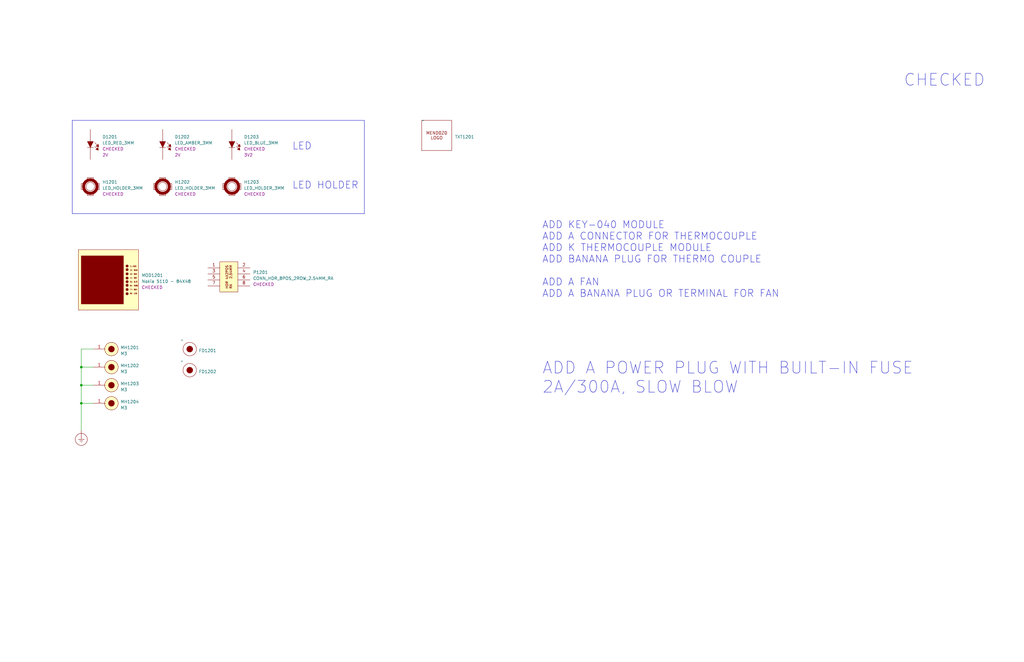
<source format=kicad_sch>
(kicad_sch (version 20230121) (generator eeschema)
  (paper "B")
  (lib_symbols
    (symbol "_SCHLIB_HotPlate:MECH_CONN_HDR_8POS_2ROW_2.54MM_RA" (on_board no)
      (property "Reference" "P" (at 1.27 2.54 0))
      (property "Value" "CONN_HDR_8POS_2ROW_2.54MM_RA" (at 1.27 5.08 0))
      (property "SCH CHECK" "CHECKED" (at 1.27 17.78 0))
      (symbol "MECH_CONN_HDR_8POS_2ROW_2.54MM_RA_0_1"
        (polyline (pts (xy 0 -10.16) (xy 5.08 -10.16)))
        (polyline (pts (xy 0 -7.62) (xy 5.08 -7.62)))
        (polyline (pts (xy 0 -5.08) (xy 5.08 -5.08)))
        (polyline (pts (xy 0 -2.54) (xy 5.08 -2.54)))
        (polyline (pts (xy 12.7 -10.16) (xy 17.78 -10.16)))
        (polyline (pts (xy 12.7 -7.62) (xy 17.78 -7.62)))
        (polyline (pts (xy 12.7 -5.08) (xy 17.78 -5.08)))
        (polyline (pts (xy 12.7 -2.54) (xy 17.78 -2.54)))
        (rectangle (start 5.08 0) (end 12.7 -12.7) (fill (type background)))
        (text "1" (at 2.54 -1.27 0) (effects (font (size 1.27 1.27))))
        (text "2" (at 15.24 -1.27 0) (effects (font (size 1.27 1.27))))
        (text "3" (at 2.54 -3.81 0) (effects (font (size 1.27 1.27))))
        (text "4" (at 15.24 -3.81 0) (effects (font (size 1.27 1.27))))
        (text "5" (at 2.54 -6.35 0) (effects (font (size 1.27 1.27))))
        (text "6" (at 15.24 -6.35 0) (effects (font (size 1.27 1.27))))
        (text "7" (at 2.54 -8.89 0) (effects (font (size 1.27 1.27))))
        (text "8" (at 15.24 -8.89 0) (effects (font (size 1.27 1.27))))
        (text "HDR 4X2POS\nRA   2.54MM" (at 8.89 -6.35 900) (effects (font (size 1.016 1.016))))
      )
    )
    (symbol "_SCHLIB_HotPlate:MECH_FD"
      (property "Reference" "FD" (at 2.54 2.54 0))
      (symbol "MECH_FD_0_1"
        (circle (center 3.81 -3.81) (radius 1.27) (fill (type outline)))
        (circle (center 3.81 -3.81) (radius 2.8398))
      )
    )
    (symbol "_SCHLIB_HotPlate:MECH_LED_AMBER_3MM" (on_board no)
      (property "Reference" "D" (at 2.54 6.35 0))
      (property "Value" "LED_AMBER_3MM" (at 2.54 8.89 0))
      (property "SCH CHECK" "CHECKED" (at 2.54 21.59 0))
      (property "Voltage" "2V" (at 2.54 24.13 0))
      (symbol "MECH_LED_AMBER_3MM_0_1"
        (polyline (pts (xy 5.08 0) (xy 0 0)))
        (polyline (pts (xy 5.588 1.905) (xy 6.604 2.794)))
        (polyline (pts (xy 7.239 1.905) (xy 8.001 2.667)))
        (polyline (pts (xy 7.62 -1.27) (xy 7.62 1.27)))
        (polyline (pts (xy 12.7 0) (xy 7.62 0)))
        (polyline (pts (xy 5.08 1.27) (xy 5.08 -1.27) (xy 7.62 0) (xy 5.08 1.27)) (fill (type outline)))
        (polyline (pts (xy 6.223 3.302) (xy 7.112 2.413) (xy 7.366 3.556) (xy 6.223 3.302)) (fill (type outline)))
        (polyline (pts (xy 7.62 3.175) (xy 8.509 2.286) (xy 8.763 3.429) (xy 7.62 3.175)) (fill (type outline)))
      )
    )
    (symbol "_SCHLIB_HotPlate:MECH_LED_BLUE_3MM" (on_board no)
      (property "Reference" "D" (at 2.54 6.35 0))
      (property "Value" "LED_BLUE_3MM" (at 2.54 8.89 0))
      (property "SCH CHECK" "CHECKED" (at 2.54 21.59 0))
      (property "Voltage" "3V2" (at 2.54 24.13 0))
      (symbol "MECH_LED_BLUE_3MM_0_1"
        (polyline (pts (xy 5.08 0) (xy 0 0)))
        (polyline (pts (xy 5.588 1.905) (xy 6.604 2.794)))
        (polyline (pts (xy 7.239 1.905) (xy 8.001 2.667)))
        (polyline (pts (xy 7.62 -1.27) (xy 7.62 1.27)))
        (polyline (pts (xy 12.7 0) (xy 7.62 0)))
        (polyline (pts (xy 5.08 1.27) (xy 5.08 -1.27) (xy 7.62 0) (xy 5.08 1.27)) (fill (type outline)))
        (polyline (pts (xy 6.223 3.302) (xy 7.112 2.413) (xy 7.366 3.556) (xy 6.223 3.302)) (fill (type outline)))
        (polyline (pts (xy 7.62 3.175) (xy 8.509 2.286) (xy 8.763 3.429) (xy 7.62 3.175)) (fill (type outline)))
      )
    )
    (symbol "_SCHLIB_HotPlate:MECH_LED_HOLDER" (on_board no)
      (property "Reference" "H" (at 3.81 3.81 0))
      (property "Value" "LED_HOLDER_3MM" (at 3.81 6.35 0))
      (property "SCH CHECK" "CHECKED" (at 3.81 19.05 0))
      (symbol "MECH_LED_HOLDER_0_1"
        (polyline (pts (xy 1.27 -5.08) (xy 0 -5.08) (xy 0 -2.54) (xy 1.27 -2.54)))
        (polyline (pts (xy 2.54 -1.27) (xy 2.54 0) (xy 5.08 0) (xy 5.08 -1.27)))
        (polyline (pts (xy 5.08 -6.35) (xy 5.08 -7.62) (xy 2.54 -7.62) (xy 2.54 -6.35)))
        (polyline (pts (xy 6.35 -2.54) (xy 7.62 -2.54) (xy 7.62 -5.08) (xy 6.35 -5.08)))
        (circle (center 3.81 -3.81) (radius 1.7961))
        (circle (center 3.81 -3.81) (radius 2.8398) (stroke (width 1.27)))
      )
    )
    (symbol "_SCHLIB_HotPlate:MECH_LED_RED_3MM" (on_board no)
      (property "Reference" "D" (at 2.54 6.35 0))
      (property "Value" "LED_RED_3MM" (at 2.54 8.89 0))
      (property "SCH CHECK" "CHECKED" (at 2.54 21.59 0))
      (property "Voltage" "2V" (at 2.54 24.13 0))
      (symbol "MECH_LED_RED_3MM_0_1"
        (polyline (pts (xy 5.08 0) (xy 0 0)))
        (polyline (pts (xy 5.588 1.905) (xy 6.604 2.794)))
        (polyline (pts (xy 7.239 1.905) (xy 8.001 2.667)))
        (polyline (pts (xy 7.62 -1.27) (xy 7.62 1.27)))
        (polyline (pts (xy 12.7 0) (xy 7.62 0)))
        (polyline (pts (xy 5.08 1.27) (xy 5.08 -1.27) (xy 7.62 0) (xy 5.08 1.27)) (fill (type outline)))
        (polyline (pts (xy 6.223 3.302) (xy 7.112 2.413) (xy 7.366 3.556) (xy 6.223 3.302)) (fill (type outline)))
        (polyline (pts (xy 7.62 3.175) (xy 8.509 2.286) (xy 8.763 3.429) (xy 7.62 3.175)) (fill (type outline)))
      )
    )
    (symbol "_SCHLIB_HotPlate:MECH_LOGO" (in_bom no)
      (property "Reference" "TXT" (at 2.54 2.54 0))
      (symbol "MECH_LOGO_0_0"
        (rectangle (start 0 0) (end 12.7 -12.7))
        (text "MEND0Z0\nLOGO" (at 6.35 -6.35 0) (effects (font (size 1.27 1.27))))
      )
    )
    (symbol "_SCHLIB_HotPlate:MECH_MH_M3" (in_bom no)
      (property "Reference" "MH" (at 5.08 5.08 0))
      (property "Value" "M3" (at 5.08 7.62 0))
      (symbol "MECH_MH_M3_0_1"
        (circle (center 7.62 0) (radius 1.27) (fill (type outline)))
        (circle (center 7.62 0) (radius 2.8398) (fill (type background)))
      )
      (symbol "MECH_MH_M3_1_1"
        (pin passive line (at 0 0 0) (length 5.08) (name "") (number "1"))
      )
    )
    (symbol "_SCHLIB_HotPlate:MECH_MOD_GLCD_84X48" (on_board no)
      (property "Reference" "MOD" (at 3.81 3.81 0))
      (property "Value" "Nokia 5110 - 84X48" (at 3.81 6.35 0))
      (property "SCH CHECK" "CHECKED" (at 3.81 16.51 0))
      (symbol "MECH_MOD_GLCD_84X48_0_1"
        (rectangle (start 0 0) (end 25.4 -25.4) (fill (type background)))
        (rectangle (start 1.27 -2.54) (end 19.05 -22.86) (fill (type outline)))
        (circle (center 20.574 -18.542) (radius 0.508) (fill (type outline)))
        (circle (center 20.574 -16.764) (radius 0.508) (fill (type outline)))
        (circle (center 20.574 -14.986) (radius 0.508) (fill (type outline)))
        (circle (center 20.574 -13.462) (radius 0.508) (fill (type outline)))
        (circle (center 20.574 -11.938) (radius 0.508) (fill (type outline)))
        (circle (center 20.574 -10.16) (radius 0.508) (fill (type outline)))
        (circle (center 20.574 -8.382) (radius 0.508) (fill (type outline)))
        (circle (center 20.574 -6.858) (radius 0.508) (fill (type outline)))
        (text "1-VCC\n\n2- GND\n\n3- SCE\n\n4- RST\n\n5- D/C\n\n6- MOSI\n\n7- SCK\n\n8- LED" (at 21.844 -12.7 0) (effects (font (size 0.508 0.508)) (justify left)))
      )
    )
    (symbol "power:Earth_Protective" (power) (pin_names (offset 0))
      (symbol "Earth_Protective_0_1"
        (circle (center 0 -3.81) (radius 2.54))
        (polyline (pts (xy -0.635 -4.445) (xy 0.635 -4.445)))
        (polyline (pts (xy -0.127 -5.08) (xy 0.127 -5.08)))
        (polyline (pts (xy 0 -3.81) (xy 0 0)))
        (polyline (pts (xy 1.27 -3.81) (xy -1.27 -3.81)))
      )
      (symbol "Earth_Protective_1_1"
        (pin power_in line (at 0 0 270) (length 0) hide (name "Earth_Protective") (number "1"))
      )
    )
  )
  (junction (at 34.29 170.18))
  (junction (at 34.29 154.94))
  (junction (at 34.29 162.56))
  (wire (pts (xy 34.29 170.18) (xy 34.29 181.61)))
  (wire (pts (xy 34.29 154.94) (xy 39.37 154.94)))
  (wire (pts (xy 34.29 162.56) (xy 34.29 170.18)))
  (wire (pts (xy 34.29 147.32) (xy 39.37 147.32)))
  (wire (pts (xy 34.29 147.32) (xy 34.29 154.94)))
  (wire (pts (xy 34.29 162.56) (xy 34.29 154.94)))
  (wire (pts (xy 34.29 170.18) (xy 39.37 170.18)))
  (wire (pts (xy 34.29 162.56) (xy 39.37 162.56)))
  (rectangle (start 30.48 50.8) (end 153.67 90.17))
  (text "LED" (at 123.19 63.5 0) (effects (font (size 3 3)) (justify left bottom)))
  (text "ADD KEY-040 MODULE\nADD A CONNECTOR FOR THERMOCOUPLE\nADD K THERMOCOUPLE MODULE\nADD BANANA PLUG FOR THERMO COUPLE\n\nADD A FAN \nADD A BANANA PLUG OR TERMINAL FOR FAN" (at 228.6 125.73 0) (effects (font (size 3 3)) (justify left bottom)))
  (text "LED HOLDER" (at 123.19 80.01 0) (effects (font (size 3 3)) (justify left bottom)))
  (text "ADD A POWER PLUG WITH BUILT-IN FUSE\n2A/300A, SLOW BLOW" (at 228.6 166.37 0) (effects (font (size 5 5)) (justify left bottom)))
  (text "CHECKED" (at 381 36.83 0) (effects (font (size 5 5)) (justify left bottom)))
  (symbol (lib_id "_SCHLIB_HotPlate:MECH_LED_HOLDER") (at 34.29 74.93 0) (unit 1) (on_board no)
    (property "Reference" "H1201" (at 43.18 76.835 0) (effects (justify left)))
    (property "Value" "LED_HOLDER_3MM" (at 43.18 79.375 0) (effects (justify left)))
    (property "Datasheet" "https://mm.digikey.com/Volume0/opasdata/d220001/medias/docus/843/SSH-LX3050_Dwg_RevD_5-5-11.pdf" (effects hide))
    (property "Description" "HOLDER LED PANEL 3MM BLACK NYLON" (effects hide))
    (property "Part Number" "SSH-LX3050" (effects hide))
    (property "Link" "https://www.digikey.ca/en/products/detail/lumex-opto-components-inc/SSH-LX3050/144804" (effects hide))
    (property "SCH CHECK" "CHECKED" (at 43.18 81.915 0) (effects (justify left)))
  )
  (symbol (lib_id "_SCHLIB_HotPlate:MECH_MH_M3") (at 39.37 147.32 0) (unit 1) (in_bom no)
    (property "Reference" "MH1201" (at 50.8 146.685 0) (effects (justify left)))
    (property "Value" "M3" (at 50.8 149.225 0) (effects (justify left)))
    (property "Footprint" "MountingHole:MountingHole_3.2mm_M3_DIN965_Pad_TopBottom" (effects hide))
  )
  (symbol (lib_id "_SCHLIB_HotPlate:MECH_MOD_GLCD_84X48") (at 33.02 105.41 0) (unit 1) (on_board no)
    (property "Reference" "MOD1201" (at 59.69 116.205 0) (effects (justify left)))
    (property "Value" "Nokia 5110 - 84X48" (at 59.69 118.745 0) (effects (justify left)))
    (property "Datasheet" "http://www.sparkfun.com/datasheets/LCD/Monochrome/Nokia5110.pdf" (effects hide))
    (property "Part Number" "Graphic LCD 84x48 - Nokia 5110" (effects hide))
    (property "Link" "https://www.sparkfun.com/products/10168" (effects hide))
    (property "SCH CHECK" "CHECKED" (at 59.69 121.285 0) (effects (justify left)))
  )
  (symbol (lib_id "_SCHLIB_HotPlate:MECH_MH_M3") (at 39.37 170.18 0) (unit 1) (in_bom no)
    (property "Reference" "MH1204" (at 50.8 169.545 0) (effects (justify left)))
    (property "Value" "M3" (at 50.8 172.085 0) (effects (justify left)))
    (property "Footprint" "MountingHole:MountingHole_3.2mm_M3_DIN965_Pad_TopBottom" (effects hide))
  )
  (symbol (lib_id "_SCHLIB_HotPlate:MECH_LED_BLUE_3MM") (at 97.79 54.61 270) (unit 1) (on_board no)
    (property "Reference" "D1203" (at 102.87 57.785 90) (effects (justify left)))
    (property "Value" "LED_BLUE_3MM" (at 102.87 60.325 90) (effects (justify left)))
    (property "Datasheet" "https://www.we-online.com/katalog/datasheet/151051BS04000.pdf" (effects hide))
    (property "Description" "Blue 470nm LED Indication - Discrete 3.2V Radial" (effects hide))
    (property "Part Number" "151051BS04000" (effects hide))
    (property "Link" "https://www.digikey.ca/en/products/detail/w%C3%BCrth-elektronik/151051BS04000/4490009" (effects hide))
    (property "SCH CHECK" "CHECKED" (at 102.87 62.865 90) (effects (justify left)))
    (property "Voltage" "3V2" (at 102.87 65.405 90) (effects (justify left)))
  )
  (symbol (lib_id "_SCHLIB_HotPlate:MECH_FD") (at 76.2 152.4 0) (unit 1)
    (property "Reference" "FD1202" (at 83.82 156.845 0) (effects (justify left)))
    (property "Value" "~" (at 76.2 152.4 0) (effects (justify left)))
    (property "Footprint" "Fiducial:Fiducial_0.5mm_Mask1mm" (effects hide))
  )
  (symbol (lib_id "_SCHLIB_HotPlate:MECH_LED_HOLDER") (at 93.98 74.93 0) (unit 1) (on_board no)
    (property "Reference" "H1203" (at 102.87 76.835 0) (effects (justify left)))
    (property "Value" "LED_HOLDER_3MM" (at 102.87 79.375 0) (effects (justify left)))
    (property "Datasheet" "https://mm.digikey.com/Volume0/opasdata/d220001/medias/docus/843/SSH-LX3050_Dwg_RevD_5-5-11.pdf" (effects hide))
    (property "Description" "HOLDER LED PANEL 3MM BLACK NYLON" (effects hide))
    (property "Part Number" "SSH-LX3050" (effects hide))
    (property "Link" "https://www.digikey.ca/en/products/detail/lumex-opto-components-inc/SSH-LX3050/144804" (effects hide))
    (property "SCH CHECK" "CHECKED" (at 102.87 81.915 0) (effects (justify left)))
  )
  (symbol (lib_id "_SCHLIB_HotPlate:MECH_MH_M3") (at 39.37 154.94 0) (unit 1) (in_bom no)
    (property "Reference" "MH1202" (at 50.8 154.305 0) (effects (justify left)))
    (property "Value" "M3" (at 50.8 156.845 0) (effects (justify left)))
    (property "Footprint" "MountingHole:MountingHole_3.2mm_M3_DIN965_Pad_TopBottom" (effects hide))
  )
  (symbol (lib_id "power:Earth_Protective") (at 34.29 181.61 0) (unit 1)
    (property "Reference" "#PWR01201" (effects hide))
    (property "Value" "Earth_Protective" (effects hide))
  )
  (symbol (lib_id "_SCHLIB_HotPlate:MECH_CONN_HDR_8POS_2ROW_2.54MM_RA") (at 87.63 110.49 0) (unit 1) (on_board no)
    (property "Reference" "P1201" (at 106.68 114.935 0) (effects (justify left)))
    (property "Value" "CONN_HDR_8POS_2ROW_2.54MM_RA" (at 106.68 117.475 0) (effects (justify left)))
    (property "Description" "Connector Header Through Hole, Right Angle 8 position 0.100\" (2.54mm)" (effects hide))
    (property "Part Number" "PHED-RS008G1ABOGA-C006" (effects hide))
    (property "Link" "https://www.digikey.ca/en/products/detail/superior-tech/PHED-RS008G1ABOGA-C006/16583470" (effects hide))
    (property "SCH CHECK" "CHECKED" (at 106.68 120.015 0) (effects (justify left)))
  )
  (symbol (lib_id "_SCHLIB_HotPlate:MECH_LED_RED_3MM") (at 38.1 54.61 270) (unit 1) (on_board no)
    (property "Reference" "D1201" (at 43.18 57.785 90) (effects (justify left)))
    (property "Value" "LED_RED_3MM" (at 43.18 60.325 90) (effects (justify left)))
    (property "Datasheet" "https://www.kingbrightusa.com/images/catalog/SPEC/WP7113ID.pdf" (effects hide))
    (property "Description" "Red 617nm LED Indication - Discrete 2V Radial" (effects hide))
    (property "Part Number" "WP7113ID" (effects hide))
    (property "Link" "https://www.digikey.ca/en/products/detail/kingbright/WP7113ID/1747663" (effects hide))
    (property "SCH CHECK" "CHECKED" (at 43.18 62.865 90) (effects (justify left)))
    (property "Voltage" "2V" (at 43.18 65.405 90) (effects (justify left)))
  )
  (symbol (lib_id "_SCHLIB_HotPlate:MECH_LED_AMBER_3MM") (at 68.58 54.61 270) (unit 1) (on_board no)
    (property "Reference" "D1202" (at 73.66 57.785 90) (effects (justify left)))
    (property "Value" "LED_AMBER_3MM" (at 73.66 60.325 90) (effects (justify left)))
    (property "Datasheet" "https://www.americanbrightled.com/pdffiles/led-components/through-hole/BL-BJC1V4V-AT.pdf" (effects hide))
    (property "Description" "Amber 606nm LED Indication - Discrete 2V Radial" (effects hide))
    (property "Part Number" "BL-BJC1V4V-AT" (effects hide))
    (property "Link" "https://www.digikey.ca/en/products/detail/american-bright-optoelectronics-corporation/BL-BJC1V4V-AT/9678162" (effects hide))
    (property "SCH CHECK" "CHECKED" (at 73.66 62.865 90) (effects (justify left)))
    (property "Voltage" "2V" (at 73.66 65.405 90) (effects (justify left)))
  )
  (symbol (lib_id "_SCHLIB_HotPlate:MECH_LOGO") (at 177.8 50.8 0) (unit 1) (in_bom no)
    (property "Reference" "TXT1201" (at 191.77 57.785 0) (effects (justify left)))
    (property "Value" "~" (at 177.8 50.8 0) (effects (justify left)))
    (property "Footprint" "_PCBLIB_HotPlate:Mend0z0_Logo" (effects hide))
    (property "Sim.Enable" "0" (effects hide))
  )
  (symbol (lib_id "_SCHLIB_HotPlate:MECH_MH_M3") (at 39.37 162.56 0) (unit 1) (in_bom no)
    (property "Reference" "MH1203" (at 50.8 161.925 0) (effects (justify left)))
    (property "Value" "M3" (at 50.8 164.465 0) (effects (justify left)))
    (property "Footprint" "MountingHole:MountingHole_3.2mm_M3_DIN965_Pad_TopBottom" (effects hide))
  )
  (symbol (lib_id "_SCHLIB_HotPlate:MECH_LED_HOLDER") (at 64.77 74.93 0) (unit 1) (on_board no)
    (property "Reference" "H1202" (at 73.66 76.835 0) (effects (justify left)))
    (property "Value" "LED_HOLDER_3MM" (at 73.66 79.375 0) (effects (justify left)))
    (property "Datasheet" "https://mm.digikey.com/Volume0/opasdata/d220001/medias/docus/843/SSH-LX3050_Dwg_RevD_5-5-11.pdf" (effects hide))
    (property "Description" "HOLDER LED PANEL 3MM BLACK NYLON" (effects hide))
    (property "Part Number" "SSH-LX3050" (effects hide))
    (property "Link" "https://www.digikey.ca/en/products/detail/lumex-opto-components-inc/SSH-LX3050/144804" (effects hide))
    (property "SCH CHECK" "CHECKED" (at 73.66 81.915 0) (effects (justify left)))
  )
  (symbol (lib_id "_SCHLIB_HotPlate:MECH_FD") (at 76.2 143.51 0) (unit 1)
    (property "Reference" "FD1201" (at 83.82 147.955 0) (effects (justify left)))
    (property "Value" "~" (at 76.2 143.51 0) (effects (justify left)))
    (property "Footprint" "Fiducial:Fiducial_0.5mm_Mask1mm" (effects hide))
  )
)
</source>
